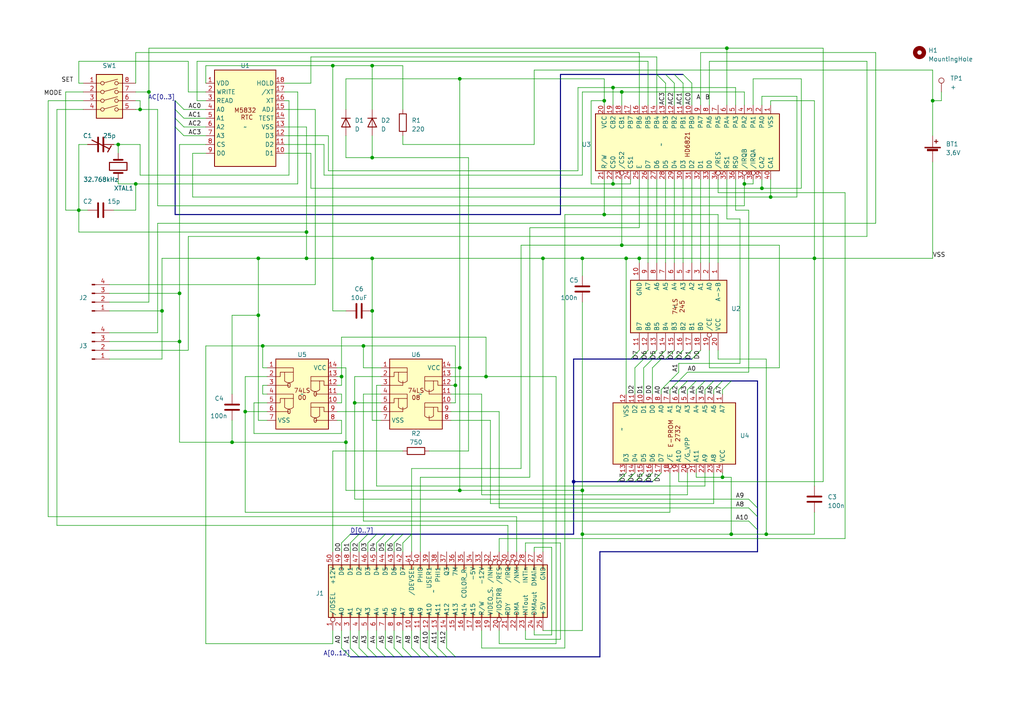
<source format=kicad_sch>
(kicad_sch (version 20230121) (generator eeschema)
  (paper "A4")
  (title_block (date "2023-05-15"))
  (junction (at 88.9 74.93))
  (junction (at 107.95 45.72))
  (junction (at 133.35 22.86))
  (junction (at 76.2 100.33))
  (junction (at 107.95 74.93))
  (junction (at 133.35 142.24))
  (junction (at 39.37 53.34))
  (junction (at 22.86 60.96))
  (junction (at 74.93 91.44))
  (junction (at 107.95 90.17))
  (junction (at 105.41 100.33))
  (junction (at 71.12 119.38))
  (junction (at 177.8 53.34))
  (junction (at 40.64 31.75))
  (junction (at 99.06 109.22))
  (junction (at 157.48 74.93))
  (junction (at 52.07 85.09))
  (junction (at 46.99 90.17))
  (junction (at 100.33 128.27))
  (junction (at 177.8 25.4))
  (junction (at 102.87 116.84))
  (junction (at 212.09 154.94))
  (junction (at 107.95 19.05))
  (junction (at 88.9 67.31))
  (junction (at 223.52 57.15))
  (junction (at 215.9 53.34))
  (junction (at 220.98 54.61))
  (junction (at 180.34 26.67))
  (junction (at 166.37 139.7))
  (junction (at 52.07 99.06))
  (junction (at 270.51 29.21))
  (junction (at 43.18 26.67))
  (junction (at 168.91 74.93))
  (junction (at 175.26 62.23))
  (junction (at 236.22 74.93))
  (junction (at 96.52 19.05))
  (junction (at 132.08 111.76))
  (junction (at 140.97 109.22))
  (junction (at 74.93 74.93))
  (junction (at 185.42 74.93))
  (junction (at 210.82 13.97))
  (junction (at 168.91 142.24))
  (junction (at 209.55 138.43))
  (junction (at 34.29 41.91))
  (junction (at 67.31 128.27))
  (junction (at 133.35 106.68))
  (junction (at 175.26 29.21))
  (junction (at 180.34 71.12))
  (junction (at 168.91 154.94))
  (junction (at 181.61 74.93))
  (junction (at 222.25 154.94))
  (bus_entry (at 182.88 104.14) (size 2.54 -2.54))
  (bus_entry (at 200.66 104.14) (size 2.54 -2.54))
  (bus_entry (at 194.31 110.49) (size -2.54 2.54))
  (bus_entry (at 50.8 34.29) (size 2.54 2.54))
  (bus_entry (at 124.46 190.5) (size -2.54 -2.54))
  (bus_entry (at 129.54 190.5) (size -2.54 -2.54))
  (bus_entry (at 114.3 190.5) (size -2.54 -2.54))
  (bus_entry (at 196.85 110.49) (size -2.54 2.54))
  (bus_entry (at 219.71 153.67) (size -2.54 -2.54))
  (bus_entry (at 109.22 154.94) (size -2.54 2.54))
  (bus_entry (at 185.42 104.14) (size 2.54 -2.54))
  (bus_entry (at 111.76 154.94) (size -2.54 2.54))
  (bus_entry (at 209.55 110.49) (size -2.54 2.54))
  (bus_entry (at 195.58 21.59) (size 2.54 2.54))
  (bus_entry (at 127 190.5) (size -2.54 -2.54))
  (bus_entry (at 132.08 190.5) (size -2.54 -2.54))
  (bus_entry (at 179.07 139.7) (size 2.54 -2.54))
  (bus_entry (at 196.85 110.49) (size 2.54 -2.54))
  (bus_entry (at 195.58 104.14) (size 2.54 -2.54))
  (bus_entry (at 119.38 154.94) (size -2.54 2.54))
  (bus_entry (at 101.6 190.5) (size -2.54 -2.54))
  (bus_entry (at 50.8 36.83) (size 2.54 2.54))
  (bus_entry (at 189.23 139.7) (size 2.54 -2.54))
  (bus_entry (at 199.39 110.49) (size -2.54 2.54))
  (bus_entry (at 193.04 104.14) (size 2.54 -2.54))
  (bus_entry (at 198.12 104.14) (size 2.54 -2.54))
  (bus_entry (at 114.3 154.94) (size -2.54 2.54))
  (bus_entry (at 190.5 104.14) (size 2.54 -2.54))
  (bus_entry (at 193.04 21.59) (size 2.54 2.54))
  (bus_entry (at 184.15 139.7) (size 2.54 -2.54))
  (bus_entry (at 104.14 190.5) (size -2.54 -2.54))
  (bus_entry (at 111.76 190.5) (size -2.54 -2.54))
  (bus_entry (at 186.69 104.14) (size -2.54 2.54))
  (bus_entry (at 189.23 104.14) (size -2.54 2.54))
  (bus_entry (at 50.8 31.75) (size 2.54 2.54))
  (bus_entry (at 198.12 21.59) (size 2.54 2.54))
  (bus_entry (at 106.68 190.5) (size -2.54 -2.54))
  (bus_entry (at 104.14 154.94) (size -2.54 2.54))
  (bus_entry (at 50.8 29.21) (size 2.54 2.54))
  (bus_entry (at 109.22 190.5) (size -2.54 -2.54))
  (bus_entry (at 201.93 110.49) (size -2.54 2.54))
  (bus_entry (at 116.84 190.5) (size -2.54 -2.54))
  (bus_entry (at 181.61 139.7) (size 2.54 -2.54))
  (bus_entry (at 187.96 104.14) (size 2.54 -2.54))
  (bus_entry (at 101.6 154.94) (size -2.54 2.54))
  (bus_entry (at 119.38 190.5) (size -2.54 -2.54))
  (bus_entry (at 190.5 21.59) (size 2.54 2.54))
  (bus_entry (at 212.09 110.49) (size -2.54 2.54))
  (bus_entry (at 121.92 190.5) (size -2.54 -2.54))
  (bus_entry (at 204.47 110.49) (size -2.54 2.54))
  (bus_entry (at 219.71 147.32) (size -2.54 -2.54))
  (bus_entry (at 186.69 139.7) (size 2.54 -2.54))
  (bus_entry (at 219.71 149.86) (size -2.54 -2.54))
  (bus_entry (at 191.77 104.14) (size -2.54 2.54))
  (bus_entry (at 106.68 154.94) (size -2.54 2.54))
  (bus_entry (at 194.31 110.49) (size 2.54 -2.54))
  (bus_entry (at 116.84 154.94) (size -2.54 2.54))
  (bus_entry (at 207.01 110.49) (size -2.54 2.54))
  (bus (pts (xy 114.3 154.94) (xy 116.84 154.94)))
  (wire (pts (xy 67.31 121.92) (xy 67.31 128.27)))
  (bus (pts (xy 50.8 29.21) (xy 50.8 31.75)))
  (wire (pts (xy 251.46 68.58) (xy 54.61 68.58)))
  (wire (pts (xy 205.74 101.6) (xy 205.74 106.68)))
  (wire (pts (xy 82.55 26.67) (xy 86.36 26.67)))
  (wire (pts (xy 208.28 55.88) (xy 245.11 55.88)))
  (bus (pts (xy 189.23 104.14) (xy 190.5 104.14)))
  (wire (pts (xy 210.82 63.5) (xy 214.63 63.5)))
  (wire (pts (xy 39.37 26.67) (xy 43.18 26.67)))
  (bus (pts (xy 162.56 21.59) (xy 162.56 62.23)))
  (wire (pts (xy 74.93 91.44) (xy 74.93 121.92)))
  (wire (pts (xy 100.33 22.86) (xy 133.35 22.86)))
  (wire (pts (xy 34.29 53.34) (xy 39.37 53.34)))
  (wire (pts (xy 133.35 22.86) (xy 175.26 22.86)))
  (wire (pts (xy 196.85 139.7) (xy 238.76 139.7)))
  (wire (pts (xy 154.94 41.91) (xy 154.94 20.32)))
  (bus (pts (xy 50.8 34.29) (xy 50.8 36.83)))
  (wire (pts (xy 201.93 138.43) (xy 201.93 137.16)))
  (bus (pts (xy 162.56 62.23) (xy 50.8 62.23)))
  (wire (pts (xy 77.47 116.84) (xy 73.66 116.84)))
  (wire (pts (xy 185.42 15.24) (xy 39.37 15.24)))
  (wire (pts (xy 196.85 113.03) (xy 196.85 114.3)))
  (wire (pts (xy 46.99 74.93) (xy 74.93 74.93)))
  (wire (pts (xy 218.44 53.34) (xy 218.44 52.07)))
  (wire (pts (xy 76.2 114.3) (xy 77.47 114.3)))
  (wire (pts (xy 109.22 182.88) (xy 109.22 187.96)))
  (wire (pts (xy 208.28 104.14) (xy 222.25 104.14)))
  (wire (pts (xy 109.22 111.76) (xy 109.22 140.97)))
  (wire (pts (xy 83.82 29.21) (xy 83.82 50.8)))
  (wire (pts (xy 226.06 106.68) (xy 226.06 71.12)))
  (wire (pts (xy 185.42 74.93) (xy 236.22 74.93)))
  (bus (pts (xy 186.69 104.14) (xy 187.96 104.14)))
  (wire (pts (xy 154.94 158.75) (xy 160.02 158.75)))
  (wire (pts (xy 54.61 26.67) (xy 54.61 17.78)))
  (wire (pts (xy 31.75 82.55) (xy 91.44 82.55)))
  (wire (pts (xy 90.17 16.51) (xy 190.5 16.51)))
  (wire (pts (xy 207.01 113.03) (xy 207.01 114.3)))
  (wire (pts (xy 193.04 52.07) (xy 193.04 76.2)))
  (wire (pts (xy 40.64 31.75) (xy 39.37 31.75)))
  (wire (pts (xy 76.2 111.76) (xy 76.2 114.3)))
  (bus (pts (xy 193.04 21.59) (xy 195.58 21.59)))
  (wire (pts (xy 175.26 62.23) (xy 208.28 62.23)))
  (wire (pts (xy 152.4 160.02) (xy 152.4 157.48)))
  (wire (pts (xy 195.58 24.13) (xy 195.58 30.48)))
  (wire (pts (xy 100.33 106.68) (xy 100.33 128.27)))
  (bus (pts (xy 166.37 154.94) (xy 166.37 139.7)))
  (wire (pts (xy 102.87 144.78) (xy 217.17 144.78)))
  (bus (pts (xy 124.46 190.5) (xy 127 190.5)))
  (wire (pts (xy 171.45 29.21) (xy 175.26 29.21)))
  (wire (pts (xy 102.87 116.84) (xy 102.87 144.78)))
  (wire (pts (xy 208.28 101.6) (xy 208.28 104.14)))
  (wire (pts (xy 185.42 76.2) (xy 185.42 74.93)))
  (bus (pts (xy 190.5 21.59) (xy 193.04 21.59)))
  (bus (pts (xy 127 190.5) (xy 129.54 190.5)))
  (wire (pts (xy 207.01 137.16) (xy 207.01 146.05)))
  (wire (pts (xy 93.98 41.91) (xy 93.98 50.8)))
  (wire (pts (xy 52.07 99.06) (xy 52.07 85.09)))
  (wire (pts (xy 55.88 44.45) (xy 55.88 57.15)))
  (wire (pts (xy 168.91 142.24) (xy 133.35 142.24)))
  (wire (pts (xy 209.55 138.43) (xy 212.09 138.43)))
  (wire (pts (xy 270.51 29.21) (xy 270.51 39.37)))
  (wire (pts (xy 130.81 111.76) (xy 132.08 111.76)))
  (wire (pts (xy 54.61 68.58) (xy 54.61 101.6)))
  (bus (pts (xy 116.84 190.5) (xy 119.38 190.5)))
  (wire (pts (xy 102.87 109.22) (xy 102.87 116.84)))
  (wire (pts (xy 119.38 135.89) (xy 119.38 154.94)))
  (wire (pts (xy 101.6 182.88) (xy 101.6 187.96)))
  (wire (pts (xy 82.55 44.45) (xy 90.17 44.45)))
  (bus (pts (xy 109.22 190.5) (xy 111.76 190.5)))
  (wire (pts (xy 135.89 130.81) (xy 135.89 45.72)))
  (wire (pts (xy 99.06 111.76) (xy 99.06 109.22)))
  (wire (pts (xy 168.91 154.94) (xy 168.91 142.24)))
  (wire (pts (xy 213.36 25.4) (xy 213.36 30.48)))
  (wire (pts (xy 162.56 185.42) (xy 152.4 185.42)))
  (wire (pts (xy 107.95 74.93) (xy 88.9 74.93)))
  (wire (pts (xy 218.44 53.34) (xy 215.9 53.34)))
  (wire (pts (xy 59.69 19.05) (xy 96.52 19.05)))
  (wire (pts (xy 182.88 52.07) (xy 182.88 53.34)))
  (wire (pts (xy 77.47 109.22) (xy 71.12 109.22)))
  (wire (pts (xy 119.38 182.88) (xy 119.38 187.96)))
  (wire (pts (xy 132.08 111.76) (xy 132.08 100.33)))
  (wire (pts (xy 39.37 15.24) (xy 39.37 24.13)))
  (wire (pts (xy 168.91 87.63) (xy 168.91 142.24)))
  (wire (pts (xy 43.18 13.97) (xy 210.82 13.97)))
  (wire (pts (xy 133.35 22.86) (xy 133.35 106.68)))
  (wire (pts (xy 153.67 138.43) (xy 153.67 66.04)))
  (bus (pts (xy 182.88 104.14) (xy 185.42 104.14)))
  (wire (pts (xy 185.42 74.93) (xy 181.61 74.93)))
  (wire (pts (xy 111.76 157.48) (xy 111.76 160.02)))
  (wire (pts (xy 45.72 59.69) (xy 45.72 31.75)))
  (wire (pts (xy 199.39 143.51) (xy 139.7 143.51)))
  (wire (pts (xy 187.96 52.07) (xy 187.96 76.2)))
  (bus (pts (xy 101.6 154.94) (xy 104.14 154.94)))
  (wire (pts (xy 59.69 44.45) (xy 55.88 44.45)))
  (wire (pts (xy 129.54 182.88) (xy 129.54 187.96)))
  (wire (pts (xy 73.66 125.73) (xy 99.06 125.73)))
  (bus (pts (xy 50.8 31.75) (xy 50.8 34.29)))
  (wire (pts (xy 232.41 54.61) (xy 232.41 22.86)))
  (wire (pts (xy 254 15.24) (xy 254 64.77)))
  (wire (pts (xy 210.82 13.97) (xy 210.82 30.48)))
  (wire (pts (xy 203.2 15.24) (xy 203.2 30.48)))
  (wire (pts (xy 238.76 13.97) (xy 238.76 139.7)))
  (bus (pts (xy 101.6 190.5) (xy 104.14 190.5)))
  (wire (pts (xy 96.52 160.02) (xy 96.52 130.81)))
  (wire (pts (xy 270.51 20.32) (xy 270.51 29.21)))
  (wire (pts (xy 46.99 90.17) (xy 46.99 104.14)))
  (wire (pts (xy 133.35 142.24) (xy 100.33 142.24)))
  (wire (pts (xy 222.25 154.94) (xy 236.22 154.94)))
  (bus (pts (xy 111.76 154.94) (xy 114.3 154.94)))
  (wire (pts (xy 177.8 53.34) (xy 182.88 53.34)))
  (wire (pts (xy 199.39 107.95) (xy 217.17 107.95)))
  (wire (pts (xy 180.34 26.67) (xy 215.9 26.67)))
  (wire (pts (xy 16.51 152.4) (xy 147.32 152.4)))
  (wire (pts (xy 215.9 53.34) (xy 215.9 59.69)))
  (wire (pts (xy 121.92 182.88) (xy 121.92 187.96)))
  (wire (pts (xy 180.34 26.67) (xy 180.34 30.48)))
  (wire (pts (xy 54.61 17.78) (xy 22.86 17.78)))
  (wire (pts (xy 31.75 101.6) (xy 54.61 101.6)))
  (wire (pts (xy 175.26 29.21) (xy 175.26 30.48)))
  (wire (pts (xy 119.38 154.94) (xy 119.38 160.02)))
  (wire (pts (xy 139.7 143.51) (xy 139.7 114.3)))
  (wire (pts (xy 95.25 39.37) (xy 95.25 49.53)))
  (wire (pts (xy 163.83 62.23) (xy 175.26 62.23)))
  (bus (pts (xy 119.38 190.5) (xy 121.92 190.5)))
  (wire (pts (xy 231.14 57.15) (xy 231.14 27.94)))
  (wire (pts (xy 161.29 186.69) (xy 161.29 109.22)))
  (wire (pts (xy 74.93 121.92) (xy 77.47 121.92)))
  (wire (pts (xy 97.79 109.22) (xy 99.06 109.22)))
  (wire (pts (xy 144.78 182.88) (xy 144.78 186.69)))
  (bus (pts (xy 196.85 110.49) (xy 199.39 110.49)))
  (wire (pts (xy 82.55 29.21) (xy 83.82 29.21)))
  (wire (pts (xy 105.41 100.33) (xy 76.2 100.33)))
  (bus (pts (xy 219.71 147.32) (xy 219.71 149.86)))
  (wire (pts (xy 116.84 19.05) (xy 107.95 19.05)))
  (wire (pts (xy 152.4 185.42) (xy 152.4 182.88)))
  (bus (pts (xy 219.71 149.86) (xy 219.71 153.67)))
  (wire (pts (xy 24.13 31.75) (xy 16.51 31.75)))
  (wire (pts (xy 135.89 45.72) (xy 107.95 45.72)))
  (wire (pts (xy 82.55 41.91) (xy 93.98 41.91)))
  (wire (pts (xy 236.22 74.93) (xy 270.51 74.93)))
  (bus (pts (xy 207.01 110.49) (xy 209.55 110.49)))
  (wire (pts (xy 139.7 114.3) (xy 130.81 114.3)))
  (wire (pts (xy 190.5 21.59) (xy 190.5 30.48)))
  (wire (pts (xy 43.18 26.67) (xy 43.18 87.63)))
  (wire (pts (xy 208.28 62.23) (xy 208.28 76.2)))
  (wire (pts (xy 207.01 146.05) (xy 142.24 146.05)))
  (wire (pts (xy 107.95 74.93) (xy 107.95 90.17)))
  (wire (pts (xy 149.86 160.02) (xy 149.86 149.86)))
  (wire (pts (xy 111.76 182.88) (xy 111.76 187.96)))
  (wire (pts (xy 193.04 24.13) (xy 193.04 30.48)))
  (wire (pts (xy 13.97 29.21) (xy 24.13 29.21)))
  (wire (pts (xy 223.52 29.21) (xy 236.22 29.21)))
  (wire (pts (xy 124.46 182.88) (xy 124.46 187.96)))
  (bus (pts (xy 219.71 153.67) (xy 219.71 160.02)))
  (bus (pts (xy 194.31 110.49) (xy 196.85 110.49)))
  (wire (pts (xy 140.97 97.79) (xy 140.97 109.22)))
  (wire (pts (xy 133.35 106.68) (xy 130.81 106.68)))
  (bus (pts (xy 121.92 190.5) (xy 124.46 190.5)))
  (wire (pts (xy 97.79 111.76) (xy 99.06 111.76)))
  (wire (pts (xy 110.49 106.68) (xy 105.41 106.68)))
  (wire (pts (xy 100.33 39.37) (xy 100.33 45.72)))
  (wire (pts (xy 270.51 74.93) (xy 270.51 46.99)))
  (wire (pts (xy 149.86 149.86) (xy 13.97 149.86)))
  (wire (pts (xy 187.96 17.78) (xy 57.15 17.78)))
  (wire (pts (xy 91.44 82.55) (xy 91.44 31.75)))
  (wire (pts (xy 34.29 53.34) (xy 34.29 52.07)))
  (wire (pts (xy 107.95 45.72) (xy 100.33 45.72)))
  (wire (pts (xy 110.49 114.3) (xy 105.41 114.3)))
  (wire (pts (xy 34.29 41.91) (xy 34.29 44.45)))
  (wire (pts (xy 195.58 52.07) (xy 195.58 76.2)))
  (wire (pts (xy 13.97 149.86) (xy 13.97 29.21)))
  (wire (pts (xy 205.74 52.07) (xy 205.74 76.2)))
  (wire (pts (xy 24.13 26.67) (xy 19.05 26.67)))
  (wire (pts (xy 185.42 52.07) (xy 185.42 66.04)))
  (wire (pts (xy 185.42 30.48) (xy 185.42 15.24)))
  (wire (pts (xy 217.17 107.95) (xy 217.17 60.96)))
  (bus (pts (xy 201.93 110.49) (xy 204.47 110.49)))
  (wire (pts (xy 163.83 187.96) (xy 163.83 62.23)))
  (wire (pts (xy 96.52 130.81) (xy 116.84 130.81)))
  (wire (pts (xy 209.55 113.03) (xy 209.55 114.3)))
  (bus (pts (xy 199.39 110.49) (xy 201.93 110.49)))
  (wire (pts (xy 124.46 130.81) (xy 135.89 130.81)))
  (wire (pts (xy 67.31 128.27) (xy 100.33 128.27)))
  (bus (pts (xy 166.37 139.7) (xy 179.07 139.7)))
  (wire (pts (xy 151.13 71.12) (xy 180.34 71.12)))
  (wire (pts (xy 116.84 39.37) (xy 116.84 41.91)))
  (wire (pts (xy 153.67 66.04) (xy 185.42 66.04)))
  (wire (pts (xy 22.86 41.91) (xy 22.86 60.96)))
  (wire (pts (xy 100.33 142.24) (xy 100.33 128.27)))
  (wire (pts (xy 40.64 50.8) (xy 40.64 41.91)))
  (wire (pts (xy 144.78 186.69) (xy 161.29 186.69)))
  (wire (pts (xy 31.75 87.63) (xy 43.18 87.63)))
  (wire (pts (xy 199.39 137.16) (xy 199.39 143.51)))
  (wire (pts (xy 208.28 52.07) (xy 208.28 55.88)))
  (wire (pts (xy 168.91 74.93) (xy 181.61 74.93)))
  (wire (pts (xy 189.23 106.68) (xy 189.23 114.3)))
  (wire (pts (xy 31.75 85.09) (xy 52.07 85.09)))
  (bus (pts (xy 209.55 110.49) (xy 212.09 110.49)))
  (wire (pts (xy 132.08 100.33) (xy 105.41 100.33)))
  (wire (pts (xy 99.06 97.79) (xy 140.97 97.79)))
  (wire (pts (xy 168.91 80.01) (xy 168.91 74.93)))
  (wire (pts (xy 220.98 52.07) (xy 220.98 54.61)))
  (wire (pts (xy 167.64 25.4) (xy 177.8 25.4)))
  (wire (pts (xy 22.86 67.31) (xy 88.9 67.31)))
  (wire (pts (xy 217.17 60.96) (xy 213.36 60.96)))
  (wire (pts (xy 19.05 60.96) (xy 22.86 60.96)))
  (wire (pts (xy 91.44 31.75) (xy 82.55 31.75)))
  (wire (pts (xy 218.44 22.86) (xy 218.44 30.48)))
  (bus (pts (xy 166.37 139.7) (xy 166.37 104.14)))
  (bus (pts (xy 111.76 190.5) (xy 114.3 190.5)))
  (wire (pts (xy 109.22 157.48) (xy 109.22 160.02)))
  (wire (pts (xy 110.49 111.76) (xy 109.22 111.76)))
  (wire (pts (xy 204.47 140.97) (xy 204.47 137.16)))
  (wire (pts (xy 67.31 91.44) (xy 74.93 91.44)))
  (wire (pts (xy 144.78 156.21) (xy 245.11 156.21)))
  (bus (pts (xy 106.68 154.94) (xy 109.22 154.94)))
  (wire (pts (xy 231.14 27.94) (xy 220.98 27.94)))
  (wire (pts (xy 205.74 17.78) (xy 251.46 17.78)))
  (wire (pts (xy 201.93 113.03) (xy 201.93 114.3)))
  (wire (pts (xy 59.69 19.05) (xy 59.69 24.13)))
  (bus (pts (xy 173.99 190.5) (xy 173.99 160.02)))
  (wire (pts (xy 114.3 182.88) (xy 114.3 187.96)))
  (wire (pts (xy 273.05 26.67) (xy 273.05 29.21)))
  (wire (pts (xy 88.9 67.31) (xy 88.9 74.93)))
  (wire (pts (xy 116.84 31.75) (xy 116.84 19.05)))
  (wire (pts (xy 110.49 109.22) (xy 102.87 109.22)))
  (wire (pts (xy 132.08 111.76) (xy 132.08 116.84)))
  (wire (pts (xy 160.02 184.15) (xy 154.94 184.15)))
  (wire (pts (xy 157.48 74.93) (xy 168.91 74.93)))
  (bus (pts (xy 132.08 190.5) (xy 173.99 190.5)))
  (bus (pts (xy 179.07 139.7) (xy 181.61 139.7)))
  (wire (pts (xy 53.34 39.37) (xy 59.69 39.37)))
  (wire (pts (xy 142.24 121.92) (xy 130.81 121.92)))
  (wire (pts (xy 139.7 182.88) (xy 139.7 187.96)))
  (wire (pts (xy 46.99 90.17) (xy 46.99 74.93)))
  (wire (pts (xy 95.25 49.53) (xy 167.64 49.53)))
  (wire (pts (xy 186.69 106.68) (xy 186.69 114.3)))
  (wire (pts (xy 212.09 138.43) (xy 212.09 154.94)))
  (wire (pts (xy 101.6 157.48) (xy 101.6 160.02)))
  (wire (pts (xy 245.11 55.88) (xy 245.11 156.21)))
  (wire (pts (xy 226.06 71.12) (xy 180.34 71.12)))
  (wire (pts (xy 121.92 138.43) (xy 153.67 138.43)))
  (wire (pts (xy 97.79 114.3) (xy 99.06 114.3)))
  (wire (pts (xy 144.78 147.32) (xy 217.17 147.32)))
  (wire (pts (xy 168.91 26.67) (xy 180.34 26.67)))
  (wire (pts (xy 203.2 52.07) (xy 203.2 76.2)))
  (wire (pts (xy 177.8 52.07) (xy 177.8 53.34)))
  (wire (pts (xy 86.36 26.67) (xy 86.36 53.34)))
  (wire (pts (xy 105.41 114.3) (xy 105.41 151.13)))
  (wire (pts (xy 212.09 154.94) (xy 222.25 154.94)))
  (bus (pts (xy 129.54 190.5) (xy 132.08 190.5)))
  (wire (pts (xy 215.9 26.67) (xy 215.9 30.48)))
  (bus (pts (xy 195.58 104.14) (xy 198.12 104.14)))
  (wire (pts (xy 22.86 60.96) (xy 25.4 60.96)))
  (wire (pts (xy 116.84 182.88) (xy 116.84 187.96)))
  (wire (pts (xy 104.14 157.48) (xy 104.14 160.02)))
  (wire (pts (xy 71.12 109.22) (xy 71.12 119.38)))
  (wire (pts (xy 22.86 24.13) (xy 24.13 24.13)))
  (wire (pts (xy 22.86 60.96) (xy 22.86 67.31)))
  (wire (pts (xy 199.39 113.03) (xy 199.39 114.3)))
  (bus (pts (xy 185.42 104.14) (xy 186.69 104.14)))
  (bus (pts (xy 193.04 104.14) (xy 195.58 104.14)))
  (wire (pts (xy 194.31 113.03) (xy 194.31 114.3)))
  (wire (pts (xy 144.78 160.02) (xy 144.78 156.21)))
  (wire (pts (xy 177.8 25.4) (xy 213.36 25.4)))
  (wire (pts (xy 220.98 54.61) (xy 232.41 54.61)))
  (wire (pts (xy 76.2 100.33) (xy 76.2 106.68)))
  (wire (pts (xy 144.78 119.38) (xy 144.78 147.32)))
  (bus (pts (xy 184.15 139.7) (xy 186.69 139.7)))
  (wire (pts (xy 194.31 148.59) (xy 71.12 148.59)))
  (wire (pts (xy 104.14 182.88) (xy 104.14 187.96)))
  (wire (pts (xy 157.48 182.88) (xy 168.91 182.88)))
  (wire (pts (xy 157.48 74.93) (xy 107.95 74.93)))
  (bus (pts (xy 187.96 104.14) (xy 189.23 104.14)))
  (wire (pts (xy 90.17 54.61) (xy 90.17 44.45)))
  (wire (pts (xy 210.82 13.97) (xy 238.76 13.97)))
  (wire (pts (xy 105.41 106.68) (xy 105.41 100.33)))
  (wire (pts (xy 73.66 116.84) (xy 73.66 125.73)))
  (bus (pts (xy 190.5 104.14) (xy 191.77 104.14)))
  (wire (pts (xy 209.55 138.43) (xy 209.55 137.16)))
  (wire (pts (xy 114.3 157.48) (xy 114.3 160.02)))
  (wire (pts (xy 130.81 119.38) (xy 144.78 119.38)))
  (wire (pts (xy 22.86 17.78) (xy 22.86 24.13)))
  (wire (pts (xy 82.55 24.13) (xy 90.17 24.13)))
  (wire (pts (xy 223.52 30.48) (xy 223.52 29.21)))
  (wire (pts (xy 82.55 39.37) (xy 95.25 39.37)))
  (wire (pts (xy 40.64 41.91) (xy 34.29 41.91)))
  (wire (pts (xy 39.37 53.34) (xy 86.36 53.34)))
  (wire (pts (xy 99.06 121.92) (xy 97.79 121.92)))
  (wire (pts (xy 181.61 74.93) (xy 181.61 114.3)))
  (bus (pts (xy 186.69 139.7) (xy 189.23 139.7)))
  (wire (pts (xy 223.52 57.15) (xy 231.14 57.15)))
  (wire (pts (xy 116.84 41.91) (xy 154.94 41.91)))
  (wire (pts (xy 157.48 74.93) (xy 157.48 160.02)))
  (wire (pts (xy 194.31 137.16) (xy 194.31 148.59)))
  (wire (pts (xy 236.22 140.97) (xy 236.22 74.93)))
  (bus (pts (xy 116.84 154.94) (xy 119.38 154.94)))
  (wire (pts (xy 53.34 31.75) (xy 59.69 31.75)))
  (wire (pts (xy 57.15 17.78) (xy 57.15 29.21)))
  (wire (pts (xy 220.98 54.61) (xy 90.17 54.61)))
  (wire (pts (xy 82.55 36.83) (xy 88.9 36.83)))
  (wire (pts (xy 142.24 146.05) (xy 142.24 121.92)))
  (wire (pts (xy 196.85 139.7) (xy 196.85 137.16)))
  (wire (pts (xy 214.63 63.5) (xy 214.63 105.41)))
  (wire (pts (xy 204.47 113.03) (xy 204.47 114.3)))
  (wire (pts (xy 167.64 49.53) (xy 167.64 25.4)))
  (wire (pts (xy 107.95 39.37) (xy 107.95 45.72)))
  (wire (pts (xy 116.84 157.48) (xy 116.84 160.02)))
  (wire (pts (xy 99.06 157.48) (xy 99.06 160.02)))
  (wire (pts (xy 76.2 100.33) (xy 59.69 100.33)))
  (bus (pts (xy 109.22 154.94) (xy 111.76 154.94)))
  (wire (pts (xy 205.74 17.78) (xy 205.74 30.48)))
  (bus (pts (xy 104.14 154.94) (xy 106.68 154.94)))
  (wire (pts (xy 254 64.77) (xy 45.72 64.77)))
  (bus (pts (xy 204.47 110.49) (xy 207.01 110.49)))
  (wire (pts (xy 168.91 154.94) (xy 212.09 154.94)))
  (wire (pts (xy 67.31 128.27) (xy 52.07 128.27)))
  (wire (pts (xy 100.33 31.75) (xy 100.33 22.86)))
  (wire (pts (xy 200.66 24.13) (xy 200.66 30.48)))
  (bus (pts (xy 114.3 190.5) (xy 116.84 190.5)))
  (wire (pts (xy 168.91 50.8) (xy 168.91 26.67)))
  (wire (pts (xy 140.97 109.22) (xy 130.81 109.22)))
  (bus (pts (xy 50.8 36.83) (xy 50.8 62.23)))
  (wire (pts (xy 59.69 186.69) (xy 96.52 186.69)))
  (wire (pts (xy 16.51 31.75) (xy 16.51 152.4)))
  (wire (pts (xy 184.15 106.68) (xy 184.15 114.3)))
  (wire (pts (xy 59.69 26.67) (xy 54.61 26.67)))
  (wire (pts (xy 25.4 41.91) (xy 22.86 41.91)))
  (wire (pts (xy 53.34 34.29) (xy 59.69 34.29)))
  (wire (pts (xy 151.13 71.12) (xy 151.13 135.89)))
  (wire (pts (xy 74.93 74.93) (xy 74.93 91.44)))
  (wire (pts (xy 43.18 26.67) (xy 43.18 13.97)))
  (wire (pts (xy 99.06 182.88) (xy 99.06 187.96)))
  (wire (pts (xy 198.12 52.07) (xy 198.12 76.2)))
  (wire (pts (xy 31.75 90.17) (xy 46.99 90.17)))
  (bus (pts (xy 166.37 104.14) (xy 182.88 104.14)))
  (wire (pts (xy 175.26 52.07) (xy 175.26 62.23)))
  (wire (pts (xy 236.22 29.21) (xy 236.22 74.93)))
  (wire (pts (xy 154.94 184.15) (xy 154.94 182.88)))
  (wire (pts (xy 160.02 158.75) (xy 160.02 184.15)))
  (wire (pts (xy 191.77 113.03) (xy 191.77 114.3)))
  (wire (pts (xy 161.29 109.22) (xy 140.97 109.22)))
  (wire (pts (xy 52.07 41.91) (xy 52.07 85.09)))
  (wire (pts (xy 31.75 99.06) (xy 52.07 99.06)))
  (wire (pts (xy 162.56 157.48) (xy 162.56 185.42)))
  (wire (pts (xy 106.68 157.48) (xy 106.68 160.02)))
  (wire (pts (xy 31.75 104.14) (xy 46.99 104.14)))
  (wire (pts (xy 97.79 119.38) (xy 110.49 119.38)))
  (wire (pts (xy 39.37 29.21) (xy 40.64 29.21)))
  (wire (pts (xy 214.63 105.41) (xy 196.85 105.41)))
  (bus (pts (xy 198.12 104.14) (xy 200.66 104.14)))
  (wire (pts (xy 223.52 52.07) (xy 223.52 57.15)))
  (wire (pts (xy 187.96 30.48) (xy 187.96 17.78)))
  (wire (pts (xy 93.98 50.8) (xy 168.91 50.8)))
  (wire (pts (xy 177.8 25.4) (xy 177.8 30.48)))
  (wire (pts (xy 121.92 138.43) (xy 121.92 160.02)))
  (wire (pts (xy 33.02 60.96) (xy 39.37 60.96)))
  (wire (pts (xy 190.5 52.07) (xy 190.5 76.2)))
  (wire (pts (xy 190.5 16.51) (xy 190.5 21.59)))
  (wire (pts (xy 147.32 152.4) (xy 147.32 160.02)))
  (wire (pts (xy 31.75 96.52) (xy 45.72 96.52)))
  (bus (pts (xy 195.58 21.59) (xy 198.12 21.59)))
  (wire (pts (xy 52.07 128.27) (xy 52.07 99.06)))
  (wire (pts (xy 97.79 116.84) (xy 99.06 116.84)))
  (wire (pts (xy 109.22 140.97) (xy 204.47 140.97)))
  (wire (pts (xy 119.38 135.89) (xy 151.13 135.89)))
  (wire (pts (xy 45.72 64.77) (xy 45.72 96.52)))
  (wire (pts (xy 273.05 29.21) (xy 270.51 29.21)))
  (wire (pts (xy 152.4 157.48) (xy 162.56 157.48)))
  (wire (pts (xy 180.34 71.12) (xy 180.34 52.07)))
  (wire (pts (xy 215.9 59.69) (xy 45.72 59.69)))
  (wire (pts (xy 205.74 106.68) (xy 226.06 106.68)))
  (wire (pts (xy 33.02 41.91) (xy 34.29 41.91)))
  (wire (pts (xy 90.17 24.13) (xy 90.17 16.51)))
  (wire (pts (xy 200.66 52.07) (xy 200.66 76.2)))
  (bus (pts (xy 191.77 104.14) (xy 193.04 104.14)))
  (bus (pts (xy 162.56 21.59) (xy 190.5 21.59)))
  (wire (pts (xy 57.15 29.21) (xy 59.69 29.21)))
  (wire (pts (xy 59.69 41.91) (xy 52.07 41.91)))
  (wire (pts (xy 107.95 19.05) (xy 107.95 31.75)))
  (wire (pts (xy 40.64 31.75) (xy 40.64 29.21)))
  (wire (pts (xy 132.08 116.84) (xy 130.81 116.84)))
  (wire (pts (xy 99.06 109.22) (xy 99.06 97.79)))
  (wire (pts (xy 71.12 119.38) (xy 71.12 148.59)))
  (wire (pts (xy 203.2 15.24) (xy 254 15.24)))
  (wire (pts (xy 83.82 50.8) (xy 40.64 50.8)))
  (wire (pts (xy 220.98 27.94) (xy 220.98 30.48)))
  (wire (pts (xy 215.9 52.07) (xy 215.9 53.34)))
  (wire (pts (xy 59.69 100.33) (xy 59.69 186.69)))
  (bus (pts (xy 119.38 154.94) (xy 166.37 154.94)))
  (wire (pts (xy 198.12 24.13) (xy 198.12 30.48)))
  (wire (pts (xy 107.95 90.17) (xy 107.95 121.92)))
  (wire (pts (xy 133.35 142.24) (xy 133.35 106.68)))
  (wire (pts (xy 139.7 187.96) (xy 163.83 187.96)))
  (bus (pts (xy 104.14 190.5) (xy 106.68 190.5)))
  (wire (pts (xy 209.55 138.43) (xy 201.93 138.43)))
  (wire (pts (xy 105.41 151.13) (xy 217.17 151.13)))
  (wire (pts (xy 251.46 17.78) (xy 251.46 68.58)))
  (wire (pts (xy 171.45 53.34) (xy 171.45 29.21)))
  (bus (pts (xy 219.71 110.49) (xy 219.71 147.32)))
  (wire (pts (xy 100.33 90.17) (xy 96.52 90.17)))
  (wire (pts (xy 106.68 182.88) (xy 106.68 187.96)))
  (wire (pts (xy 19.05 26.67) (xy 19.05 60.96)))
  (wire (pts (xy 107.95 121.92) (xy 110.49 121.92)))
  (wire (pts (xy 232.41 22.86) (xy 218.44 22.86)))
  (wire (pts (xy 154.94 20.32) (xy 270.51 20.32)))
  (wire (pts (xy 39.37 60.96) (xy 39.37 53.34)))
  (wire (pts (xy 102.87 116.84) (xy 110.49 116.84)))
  (bus (pts (xy 212.09 110.49) (xy 219.71 110.49)))
  (wire (pts (xy 99.06 125.73) (xy 99.06 121.92)))
  (bus (pts (xy 106.68 190.5) (xy 109.22 190.5)))
  (wire (pts (xy 45.72 31.75) (xy 40.64 31.75)))
  (wire (pts (xy 196.85 105.41) (xy 196.85 107.95)))
  (wire (pts (xy 55.88 57.15) (xy 223.52 57.15)))
  (wire (pts (xy 88.9 74.93) (xy 74.93 74.93)))
  (wire (pts (xy 76.2 106.68) (xy 77.47 106.68)))
  (wire (pts (xy 53.34 36.83) (xy 59.69 36.83)))
  (wire (pts (xy 210.82 52.07) (xy 210.82 63.5)))
  (wire (pts (xy 127 182.88) (xy 127 187.96)))
  (wire (pts (xy 77.47 111.76) (xy 76.2 111.76)))
  (wire (pts (xy 236.22 154.94) (xy 236.22 148.59)))
  (wire (pts (xy 88.9 36.83) (xy 88.9 67.31)))
  (wire (pts (xy 96.52 19.05) (xy 96.52 90.17)))
  (wire (pts (xy 67.31 114.3) (xy 67.31 91.44)))
  (wire (pts (xy 175.26 22.86) (xy 175.26 29.21)))
  (wire (pts (xy 100.33 106.68) (xy 97.79 106.68)))
  (bus (pts (xy 181.61 139.7) (xy 184.15 139.7)))
  (wire (pts (xy 168.91 182.88) (xy 168.91 154.94)))
  (wire (pts (xy 99.06 116.84) (xy 99.06 114.3)))
  (wire (pts (xy 177.8 53.34) (xy 171.45 53.34)))
  (wire (pts (xy 154.94 160.02) (xy 154.94 158.75)))
  (wire (pts (xy 71.12 119.38) (xy 77.47 119.38)))
  (wire (pts (xy 222.25 104.14) (xy 222.25 154.94)))
  (wire (pts (xy 96.52 19.05) (xy 107.95 19.05)))
  (wire (pts (xy 96.52 182.88) (xy 96.52 186.69)))
  (bus (pts (xy 173.99 160.02) (xy 219.71 160.02)))
  (wire (pts (xy 213.36 60.96) (xy 213.36 52.07)))
  (label "A3" (at 106.68 186.69 90))
  (label "D5" (at 190.5 101.6 270))
  (label "A0" (at 191.77 114.3 90))
  (label "AC3" (at 193.04 30.48 90))
  (label "D3" (at 106.68 160.02 90))
  (label "A1" (at 196.85 105.41 270))
  (label "D0" (at 203.2 101.6 270))
  (label "AC0" (at 200.66 30.48 90))
  (label "B" (at 204.47 29.21 0))
  (label "A6" (at 114.3 186.69 90))
  (label "D7" (at 116.84 160.02 90))
  (label "D4" (at 109.22 160.02 90))
  (label "D7" (at 185.42 101.6 270))
  (label "A5" (at 111.76 186.69 90))
  (label "A4" (at 201.93 114.3 90))
  (label "A" (at 201.93 29.21 0))
  (label "A0" (at 99.06 186.69 90))
  (label "A2" (at 196.85 114.3 90))
  (label "D5" (at 111.76 160.02 90))
  (label "D3" (at 181.61 137.16 270))
  (label "A8" (at 119.38 186.69 90))
  (label "D6" (at 189.23 137.16 270))
  (label "AC2" (at 54.61 36.83 0))
  (label "A1" (at 101.6 186.69 90))
  (label "AC2" (at 195.58 30.48 90))
  (label "AC0" (at 54.61 31.75 0))
  (label "A7" (at 209.55 114.3 90))
  (label "AC[0..3]" (at 50.8 29.21 180))
  (label "D4" (at 184.15 137.16 270))
  (label "A6" (at 207.01 114.3 90))
  (label "D1" (at 200.66 101.6 270))
  (label "A4" (at 109.22 186.69 90))
  (label "D0" (at 189.23 114.3 90))
  (label "D[0..7]" (at 101.6 154.94 0))
  (label "D4" (at 193.04 101.6 270))
  (label "D0" (at 99.06 160.02 90))
  (label "A[0..12]" (at 101.6 190.5 180))
  (label "A8" (at 213.36 147.32 0))
  (label "A10" (at 213.36 151.13 0))
  (label "A10" (at 124.46 186.69 90))
  (label "A11" (at 127 186.69 90))
  (label "A5" (at 204.47 114.3 90))
  (label "SET" (at 17.78 24.13 0))
  (label "AC1" (at 198.12 30.48 90))
  (label "D5" (at 186.69 137.16 270))
  (label "AC3" (at 54.61 39.37 0))
  (label "A2" (at 104.14 186.69 90))
  (label "A7" (at 116.84 186.69 90))
  (label "VSS" (at 270.51 74.93 0))
  (label "A0" (at 199.39 107.95 0))
  (label "A3" (at 199.39 114.3 90))
  (label "D6" (at 114.3 160.02 90))
  (label "A9" (at 121.92 186.69 90))
  (label "D3" (at 195.58 101.6 270))
  (label "A9" (at 213.36 144.78 0))
  (label "MODE" (at 12.7 27.94 0))
  (label "A1" (at 194.31 114.3 90))
  (label "D2" (at 184.15 114.3 90))
  (label "D2" (at 104.14 160.02 90))
  (label "A12" (at 129.54 186.69 90))
  (label "AC1" (at 54.61 34.29 0))
  (label "D1" (at 186.69 114.3 90))
  (label "D6" (at 187.96 101.6 270))
  (label "D1" (at 101.6 160.02 90))
  (label "D2" (at 198.12 101.6 270))
  (label "D7" (at 191.77 137.16 270))
  (symbol (lib_id "Connector:Conn_01x04_Pin") (at 26.67 101.6 0) (mirror x) (unit 1)
    (property "Reference" "J3" (at 24.13 100.33 0))
    (property "Value" "Conn_01x04_Pin" (effects hide))
    (property "Footprint" "Apple:Apple_PinHeader_1x04_P2.54mm_Horizontal" (effects hide))
  )
  (symbol (lib_id "Device:R") (at 116.84 35.56 0) (unit 1)
    (property "Reference" "R1" (at 119.38 34.925 0) (effects (justify left)))
    (property "Value" "220" (at 119.38 37.465 0) (effects (justify left)))
    (property "Footprint" "Resistor_THT:R_Axial_DIN0207_L6.3mm_D2.5mm_P10.16mm_Horizontal" (effects hide))
  )
  (symbol (lib_id "Apple:HD6821") (at 199.39 41.91 270) (unit 1)
    (property "Reference" "U3" (at 171.45 41.91 90) (effects (justify right)))
    (property "Value" "~" (at 191.77 41.91 0))
    (property "Footprint" "Package_DIP:DIP-40_W15.24mm_LongPads" (effects hide))
  )
  (symbol (lib_id "Device:R") (at 120.65 130.81 90) (unit 1)
    (property "Reference" "R2" (at 120.65 125.73 90))
    (property "Value" "750" (at 120.65 128.27 90))
    (property "Footprint" "Resistor_THT:R_Axial_DIN0207_L6.3mm_D2.5mm_P10.16mm_Horizontal" (effects hide))
  )
  (symbol (lib_id "Device:Battery_Cell") (at 270.51 44.45 0) (unit 1)
    (property "Reference" "BT1" (at 274.32 41.783 0) (effects (justify left)))
    (property "Value" "3,6V" (at 274.32 44.323 0) (effects (justify left)))
    (property "Footprint" "Apple:Varta 55615703012" (effects hide))
  )
  (symbol (lib_id "Apple:M5832") (at 71.12 33.02 0) (unit 1)
    (property "Reference" "U1" (at 71.12 19.05 0))
    (property "Value" "~" (at 71.12 36.83 0))
    (property "Footprint" "Package_DIP:DIP-18_W7.62mm_LongPads" (effects hide))
  )
  (symbol (lib_id "Connector:TestPoint") (at 273.05 26.67 0) (unit 1)
    (property "Reference" "TP1" (at 275.59 22.733 0) (effects (justify left)))
    (property "Value" "+" (at 275.59 25.273 0) (effects (justify left)))
    (property "Footprint" "TestPoint:TestPoint_Pad_D2.0mm" (effects hide))
  )
  (symbol (lib_id "Device:C") (at 104.14 90.17 90) (unit 1)
    (property "Reference" "C6" (at 104.14 83.82 90))
    (property "Value" "10uF" (at 104.14 86.36 90))
    (property "Footprint" "Capacitor_THT:CP_Axial_L10.0mm_D4.5mm_P15.00mm_Horizontal" (effects hide))
  )
  (symbol (lib_id "Device:C") (at 67.31 118.11 0) (unit 1)
    (property "Reference" "C4" (at 62.23 115.57 0) (effects (justify left)))
    (property "Value" "100n" (at 60.96 120.65 0) (effects (justify left)))
    (property "Footprint" "Capacitor_THT:C_Disc_D4.3mm_W1.9mm_P5.00mm" (effects hide))
  )
  (symbol (lib_id "Device:C") (at 29.21 60.96 90) (unit 1)
    (property "Reference" "C2" (at 25.4 58.42 90))
    (property "Value" "15p" (at 33.02 58.42 90))
    (property "Footprint" "Capacitor_THT:C_Disc_D4.3mm_W1.9mm_P5.00mm" (effects hide))
  )
  (symbol (lib_id "Mechanical:MountingHole") (at 266.7 15.24 0) (unit 1)
    (property "Reference" "H1" (at 269.24 14.605 0) (effects (justify left)))
    (property "Value" "MountingHole" (at 269.24 17.145 0) (effects (justify left)))
    (property "Footprint" "MountingHole:MountingHole_2.1mm" (effects hide))
  )
  (symbol (lib_id "Device:C") (at 168.91 83.82 0) (unit 1)
    (property "Reference" "C5" (at 165.1 81.28 0) (effects (justify left)))
    (property "Value" "100n" (at 162.56 86.36 0) (effects (justify left)))
    (property "Footprint" "Capacitor_THT:C_Disc_D4.3mm_W1.9mm_P5.00mm" (effects hide))
  )
  (symbol (lib_id "Device:C_Trim") (at 29.21 41.91 270) (unit 1)
    (property "Reference" "C1" (at 25.4 39.37 90))
    (property "Value" "25p" (at 31.75 39.37 90))
    (property "Footprint" "Apple:Trimmer" (effects hide))
  )
  (symbol (lib_id "Device:D") (at 107.95 35.56 270) (unit 1)
    (property "Reference" "D2" (at 110.49 34.925 90) (effects (justify left)))
    (property "Value" "D" (at 110.49 37.465 90) (effects (justify left)))
    (property "Footprint" "Diode_THT:D_DO-34_SOD68_P10.16mm_Horizontal" (effects hide))
    (property "Sim.Device" "D" (effects hide))
    (property "Sim.Pins" "1=K 2=A" (effects hide))
  )
  (symbol (lib_id "Device:C") (at 236.22 144.78 0) (unit 1)
    (property "Reference" "C3" (at 240.03 144.145 0) (effects (justify left)))
    (property "Value" "100n" (at 240.03 146.685 0) (effects (justify left)))
    (property "Footprint" "Capacitor_THT:C_Disc_D4.3mm_W1.9mm_P5.00mm" (effects hide))
  )
  (symbol (lib_id "Apple:Apple_][_Bus") (at 125.73 171.45 270) (unit 1)
    (property "Reference" "J1" (at 93.98 172.085 90) (effects (justify right)))
    (property "Value" "~" (at 125.73 171.45 0))
    (property "Footprint" "Apple:Apple ][ Bus" (effects hide))
  )
  (symbol (lib_id "Connector:Conn_01x04_Pin") (at 26.67 87.63 0) (mirror x) (unit 1)
    (property "Reference" "J2" (at 24.13 86.36 0))
    (property "Value" "Conn_01x04_Pin" (effects hide))
    (property "Footprint" "Apple:Apple_PinHeader_1x04_P2.54mm_Horizontal" (effects hide))
  )
  (symbol (lib_id "Device:D") (at 100.33 35.56 270) (unit 1)
    (property "Reference" "D1" (at 102.87 34.925 90) (effects (justify left)))
    (property "Value" "D" (at 102.87 37.465 90) (effects (justify left)))
    (property "Footprint" "Diode_THT:D_DO-34_SOD68_P10.16mm_Horizontal" (effects hide))
    (property "Sim.Device" "D" (effects hide))
    (property "Sim.Pins" "1=K 2=A" (effects hide))
  )
  (symbol (lib_id "Apple:74LS00") (at 87.63 114.3 0) (unit 1)
    (property "Reference" "U5" (at 87.63 102.87 0))
    (property "Value" "~" (at 87.63 114.3 0))
    (property "Footprint" "Package_DIP:DIP-14_W7.62mm_LongPads" (effects hide))
  )
  (symbol (lib_id "Apple:2732") (at 195.58 125.73 270) (unit 1)
    (property "Reference" "U4" (at 214.63 126.365 90) (effects (justify left)))
    (property "Value" "~" (at 180.34 124.46 0))
    (property "Footprint" "Package_DIP:DIP-24_W15.24mm_LongPads" (effects hide))
  )
  (symbol (lib_id "Switch:SW_DIP_x04") (at 31.75 29.21 0) (unit 1)
    (property "Reference" "SW1" (at 31.75 19.05 0))
    (property "Value" "SW_DIP_x04" (effects hide))
    (property "Footprint" "Package_DIP:DIP-8_W7.62mm" (effects hide))
  )
  (symbol (lib_id "Apple:74LS245") (at 196.85 88.9 270) (unit 1)
    (property "Reference" "U2" (at 212.09 89.535 90) (effects (justify left)))
    (property "Value" "~" (at 195.58 88.9 0))
    (property "Footprint" "Package_DIP:DIP-20_W7.62mm_LongPads" (effects hide))
  )
  (symbol (lib_id "Apple:74LS08") (at 120.65 114.3 0) (unit 1)
    (property "Reference" "U6" (at 120.65 102.87 0))
    (property "Value" "~" (at 121.92 114.3 0))
    (property "Footprint" "Package_DIP:DIP-14_W7.62mm_LongPads" (effects hide))
  )
  (symbol (lib_id "Device:Crystal") (at 34.29 48.26 90) (unit 1)
    (property "Reference" "XTAL1" (at 33.02 54.61 90) (effects (justify right)))
    (property "Value" "32.768kHz" (at 24.13 52.07 90) (effects (justify right)))
    (property "Footprint" "Apple:Crystal" (effects hide))
  )
)
</source>
